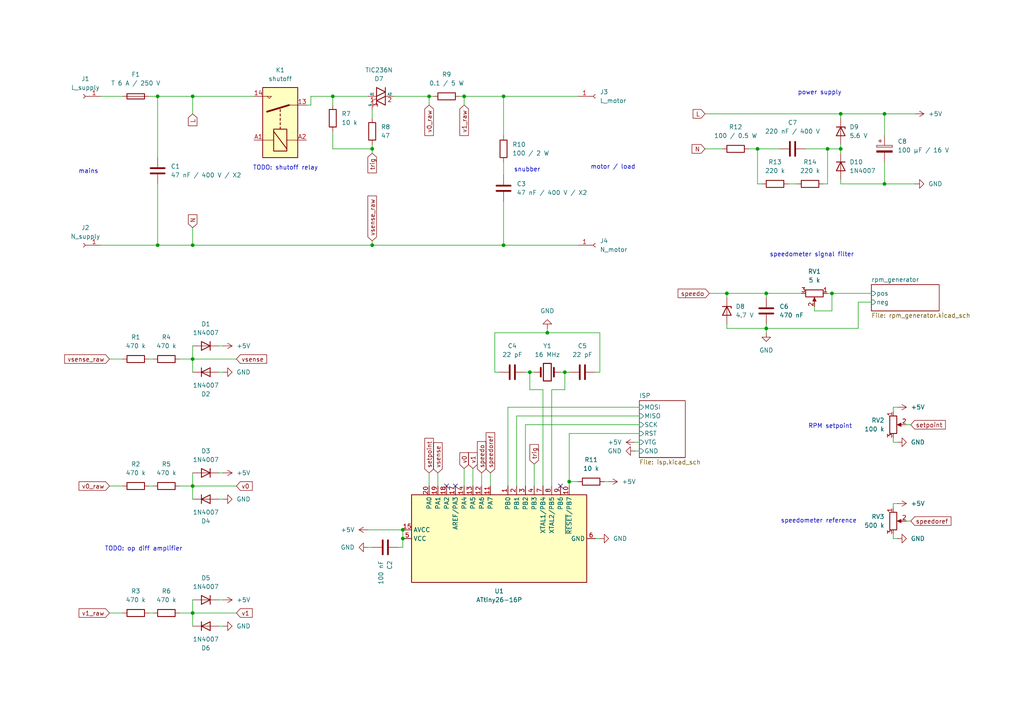
<source format=kicad_sch>
(kicad_sch (version 20231120) (generator "eeschema") (generator_version "8.0")
  (paper "A4")
  (title_block (title "Motor RPM controller - Phase angle based") (date "2024-08-21") (rev "1.0") (company "Michael Büsch <m@bues.ch>"))
  (lib_symbols
    (symbol "Connector:Conn_01x01_Socket" (pin_names (offset 1.016) hide)
      (property "Reference" "J" (at 0 2.54 0))
      (property "Value" "Conn_01x01_Socket" (at 0 -2.54 0))
      (symbol "Conn_01x01_Socket_1_1"
        (polyline (pts (xy -1.27 0) (xy -0.508 0)) (stroke (width 0.1524)))
        (arc (start 0 0.508) (mid -0.5058 0) (end 0 -0.508) (stroke (width 0.1524)))
        (pin passive line (at -5.08 0 0) (length 3.81) (name "Pin_1") (number "1"))
      )
    )
    (symbol "Device:C" (pin_numbers hide) (pin_names (offset 0.254))
      (property "Reference" "C" (at 0.635 2.54 0))
      (property "Value" "C" (at 0.635 -2.54 0))
      (symbol "C_0_1"
        (polyline (pts (xy -2.032 -0.762) (xy 2.032 -0.762)) (stroke (width 0.508)))
        (polyline (pts (xy -2.032 0.762) (xy 2.032 0.762)) (stroke (width 0.508)))
      )
      (symbol "C_1_1"
        (pin passive line (at 0 3.81 270) (length 2.794) (name "~") (number "1"))
        (pin passive line (at 0 -3.81 90) (length 2.794) (name "~") (number "2"))
      )
    )
    (symbol "Device:C_Polarized" (pin_numbers hide) (pin_names (offset 0.254))
      (property "Reference" "C" (at 0.635 2.54 0))
      (property "Value" "C_Polarized" (at 0.635 -2.54 0))
      (symbol "C_Polarized_0_1"
        (rectangle (start -2.286 0.508) (end 2.286 1.016))
        (polyline (pts (xy -1.778 2.286) (xy -0.762 2.286)))
        (polyline (pts (xy -1.27 2.794) (xy -1.27 1.778)))
        (rectangle (start 2.286 -0.508) (end -2.286 -1.016) (fill (type outline)))
      )
      (symbol "C_Polarized_1_1"
        (pin passive line (at 0 3.81 270) (length 2.794) (name "~") (number "1"))
        (pin passive line (at 0 -3.81 90) (length 2.794) (name "~") (number "2"))
      )
    )
    (symbol "Device:Crystal" (pin_numbers hide) (pin_names (offset 1.016) hide)
      (property "Reference" "Y" (at 0 3.81 0))
      (property "Value" "Crystal" (at 0 -3.81 0))
      (symbol "Crystal_0_1"
        (rectangle (start -1.143 2.54) (end 1.143 -2.54) (stroke (width 0.3048)))
        (polyline (pts (xy -2.54 0) (xy -1.905 0)))
        (polyline (pts (xy -1.905 -1.27) (xy -1.905 1.27)) (stroke (width 0.508)))
        (polyline (pts (xy 1.905 -1.27) (xy 1.905 1.27)) (stroke (width 0.508)))
        (polyline (pts (xy 2.54 0) (xy 1.905 0)))
      )
      (symbol "Crystal_1_1"
        (pin passive line (at -3.81 0 0) (length 1.27) (name "1") (number "1"))
        (pin passive line (at 3.81 0 180) (length 1.27) (name "2") (number "2"))
      )
    )
    (symbol "Device:D" (pin_numbers hide) (pin_names (offset 1.016) hide)
      (property "Reference" "D" (at 0 2.54 0))
      (property "Value" "D" (at 0 -2.54 0))
      (symbol "D_0_1"
        (polyline (pts (xy -1.27 1.27) (xy -1.27 -1.27)) (stroke (width 0.254)))
        (polyline (pts (xy 1.27 0) (xy -1.27 0)))
        (polyline (pts (xy 1.27 1.27) (xy 1.27 -1.27) (xy -1.27 0) (xy 1.27 1.27)) (stroke (width 0.254)))
      )
      (symbol "D_1_1"
        (pin passive line (at -3.81 0 0) (length 2.54) (name "K") (number "1"))
        (pin passive line (at 3.81 0 180) (length 2.54) (name "A") (number "2"))
      )
    )
    (symbol "Device:D_Zener" (pin_numbers hide) (pin_names (offset 1.016) hide)
      (property "Reference" "D" (at 0 2.54 0))
      (property "Value" "D_Zener" (at 0 -2.54 0))
      (symbol "D_Zener_0_1"
        (polyline (pts (xy 1.27 0) (xy -1.27 0)))
        (polyline (pts (xy -1.27 -1.27) (xy -1.27 1.27) (xy -0.762 1.27)) (stroke (width 0.254)))
        (polyline (pts (xy 1.27 -1.27) (xy 1.27 1.27) (xy -1.27 0) (xy 1.27 -1.27)) (stroke (width 0.254)))
      )
      (symbol "D_Zener_1_1"
        (pin passive line (at -3.81 0 0) (length 2.54) (name "K") (number "1"))
        (pin passive line (at 3.81 0 180) (length 2.54) (name "A") (number "2"))
      )
    )
    (symbol "Device:Fuse" (pin_numbers hide) (pin_names (offset 0))
      (property "Reference" "F" (at 2.032 0 90))
      (property "Value" "Fuse" (at -1.905 0 90))
      (symbol "Fuse_0_1"
        (rectangle (start -0.762 -2.54) (end 0.762 2.54) (stroke (width 0.254)))
        (polyline (pts (xy 0 2.54) (xy 0 -2.54)))
      )
      (symbol "Fuse_1_1"
        (pin passive line (at 0 3.81 270) (length 1.27) (name "~") (number "1"))
        (pin passive line (at 0 -3.81 90) (length 1.27) (name "~") (number "2"))
      )
    )
    (symbol "Device:R" (pin_numbers hide) (pin_names (offset 0))
      (property "Reference" "R" (at 2.032 0 90))
      (property "Value" "R" (at 0 0 90))
      (symbol "R_0_1"
        (rectangle (start -1.016 -2.54) (end 1.016 2.54) (stroke (width 0.254)))
      )
      (symbol "R_1_1"
        (pin passive line (at 0 3.81 270) (length 1.27) (name "~") (number "1"))
        (pin passive line (at 0 -3.81 90) (length 1.27) (name "~") (number "2"))
      )
    )
    (symbol "Device:R_Potentiometer" (pin_names (offset 1.016) hide)
      (property "Reference" "RV" (at -4.445 0 90))
      (property "Value" "R_Potentiometer" (at -2.54 0 90))
      (symbol "R_Potentiometer_0_1"
        (polyline (pts (xy 2.54 0) (xy 1.524 0)))
        (polyline (pts (xy 1.143 0) (xy 2.286 0.508) (xy 2.286 -0.508) (xy 1.143 0)) (fill (type outline)))
        (rectangle (start 1.016 2.54) (end -1.016 -2.54) (stroke (width 0.254)))
      )
      (symbol "R_Potentiometer_1_1"
        (pin passive line (at 0 3.81 270) (length 1.27) (name "1") (number "1"))
        (pin passive line (at 3.81 0 180) (length 1.27) (name "2") (number "2"))
        (pin passive line (at 0 -3.81 90) (length 1.27) (name "3") (number "3"))
      )
    )
    (symbol "Diode:1N4007" (pin_numbers hide) (pin_names hide)
      (property "Reference" "D" (at 0 2.54 0))
      (property "Value" "1N4007" (at 0 -2.54 0))
      (symbol "1N4007_0_1"
        (polyline (pts (xy -1.27 1.27) (xy -1.27 -1.27)) (stroke (width 0.254)))
        (polyline (pts (xy 1.27 0) (xy -1.27 0)))
        (polyline (pts (xy 1.27 1.27) (xy 1.27 -1.27) (xy -1.27 0) (xy 1.27 1.27)) (stroke (width 0.254)))
      )
      (symbol "1N4007_1_1"
        (pin passive line (at -3.81 0 0) (length 2.54) (name "K") (number "1"))
        (pin passive line (at 3.81 0 180) (length 2.54) (name "A") (number "2"))
      )
    )
    (symbol "MCU_Microchip_ATtiny:ATtiny26-16P"
      (property "Reference" "U" (at -12.7 26.67 0))
      (property "Value" "ATtiny26-16P" (at 2.54 -26.67 0))
      (symbol "ATtiny26-16P_0_1"
        (rectangle (start -12.7 -25.4) (end 12.7 25.4) (stroke (width 0.254)) (fill (type background)))
      )
      (symbol "ATtiny26-16P_1_1"
        (pin bidirectional line (at 15.24 -2.54 180) (length 2.54) (name "PB0") (number "1"))
        (pin bidirectional line (at 15.24 -20.32 180) (length 2.54) (name "~{RESET}/PB7") (number "10"))
        (pin bidirectional line (at 15.24 2.54 180) (length 2.54) (name "PA7") (number "11"))
        (pin bidirectional line (at 15.24 5.08 180) (length 2.54) (name "PA6") (number "12"))
        (pin bidirectional line (at 15.24 7.62 180) (length 2.54) (name "PA5") (number "13"))
        (pin bidirectional line (at 15.24 10.16 180) (length 2.54) (name "PA4") (number "14"))
        (pin power_in line (at 2.54 27.94 270) (length 2.54) (name "AVCC") (number "15"))
        (pin passive line (at 0 -27.94 90) (length 2.54) hide (name "GND") (number "16"))
        (pin bidirectional line (at 15.24 12.7 180) (length 2.54) (name "AREF/PA3") (number "17"))
        (pin bidirectional line (at 15.24 15.24 180) (length 2.54) (name "PA2") (number "18"))
        (pin bidirectional line (at 15.24 17.78 180) (length 2.54) (name "PA1") (number "19"))
        (pin bidirectional line (at 15.24 -5.08 180) (length 2.54) (name "PB1") (number "2"))
        (pin bidirectional line (at 15.24 20.32 180) (length 2.54) (name "PA0") (number "20"))
        (pin bidirectional line (at 15.24 -7.62 180) (length 2.54) (name "PB2") (number "3"))
        (pin bidirectional line (at 15.24 -10.16 180) (length 2.54) (name "PB3") (number "4"))
        (pin power_in line (at 0 27.94 270) (length 2.54) (name "VCC") (number "5"))
        (pin power_in line (at 0 -27.94 90) (length 2.54) (name "GND") (number "6"))
        (pin bidirectional line (at 15.24 -12.7 180) (length 2.54) (name "XTAL1/PB4") (number "7"))
        (pin bidirectional line (at 15.24 -15.24 180) (length 2.54) (name "XTAL2/PB5") (number "8"))
        (pin bidirectional line (at 15.24 -17.78 180) (length 2.54) (name "PB6") (number "9"))
      )
    )
    (symbol "Relay:Relay_SPST-NO"
      (property "Reference" "K" (at 11.43 3.81 0))
      (property "Value" "Relay_SPST-NO" (at 11.43 1.27 0))
      (symbol "Relay_SPST-NO_0_0"
        (polyline (pts (xy 7.62 5.08) (xy 7.62 2.54) (xy 6.985 3.175) (xy 7.62 3.81)))
      )
      (symbol "Relay_SPST-NO_0_1"
        (rectangle (start -10.16 5.08) (end 10.16 -5.08) (stroke (width 0.254)) (fill (type background)))
        (rectangle (start -8.255 1.905) (end -1.905 -1.905) (stroke (width 0.254)))
        (polyline (pts (xy -7.62 -1.905) (xy -2.54 1.905)) (stroke (width 0.254)))
        (polyline (pts (xy -5.08 -5.08) (xy -5.08 -1.905)))
        (polyline (pts (xy -5.08 5.08) (xy -5.08 1.905)))
        (polyline (pts (xy -1.905 0) (xy -1.27 0)) (stroke (width 0.254)))
        (polyline (pts (xy -0.635 0) (xy 0 0)) (stroke (width 0.254)))
        (polyline (pts (xy 0.635 0) (xy 1.27 0)) (stroke (width 0.254)))
        (polyline (pts (xy 1.905 0) (xy 2.54 0)) (stroke (width 0.254)))
        (polyline (pts (xy 3.175 0) (xy 3.81 0)) (stroke (width 0.254)))
        (polyline (pts (xy 5.08 -2.54) (xy 3.175 3.81)) (stroke (width 0.508)))
        (polyline (pts (xy 5.08 -2.54) (xy 5.08 -5.08)))
      )
      (symbol "Relay_SPST-NO_1_1"
        (pin passive line (at 5.08 -7.62 90) (length 2.54) (name "~") (number "13"))
        (pin passive line (at 7.62 7.62 270) (length 2.54) (name "~") (number "14"))
        (pin passive line (at -5.08 7.62 270) (length 2.54) (name "~") (number "A1"))
        (pin passive line (at -5.08 -7.62 90) (length 2.54) (name "~") (number "A2"))
      )
    )
    (symbol "Triac_Thyristor:Generic_Triac_A1A2G" (pin_names (offset 0))
      (property "Reference" "D" (at 3.175 0.635 0))
      (property "Value" "Generic_Triac_A1A2G" (at 3.175 -1.27 0))
      (symbol "Generic_Triac_A1A2G_0_1"
        (polyline (pts (xy -2.54 -1.27) (xy 2.54 -1.27)) (stroke (width 0.254)))
        (polyline (pts (xy -2.54 1.27) (xy 2.54 1.27)) (stroke (width 0.254)))
        (polyline (pts (xy -1.27 -2.54) (xy -0.635 -1.27)))
        (polyline (pts (xy -2.54 1.27) (xy -1.27 -1.27) (xy 0 1.27)) (stroke (width 0.254)))
        (polyline (pts (xy 0 -1.27) (xy 1.27 1.27) (xy 2.54 -1.27)) (stroke (width 0.254)))
      )
      (symbol "Generic_Triac_A1A2G_1_1"
        (pin passive line (at 0 -3.81 90) (length 2.54) (name "A1") (number "1"))
        (pin passive line (at 0 3.81 270) (length 2.54) (name "A2") (number "2"))
        (pin input line (at -3.81 -2.54 0) (length 2.54) (name "G") (number "3"))
      )
    )
    (symbol "power:+5V" (power) (pin_numbers hide) (pin_names (offset 0) hide)
      (property "Value" "+5V" (at 0 3.556 0))
      (symbol "+5V_0_1"
        (polyline (pts (xy -0.762 1.27) (xy 0 2.54)))
        (polyline (pts (xy 0 0) (xy 0 2.54)))
        (polyline (pts (xy 0 2.54) (xy 0.762 1.27)))
      )
      (symbol "+5V_1_1"
        (pin power_in line (at 0 0 90) (length 0) (name "~") (number "1"))
      )
    )
    (symbol "power:GND" (power) (pin_numbers hide) (pin_names (offset 0) hide)
      (property "Value" "GND" (at 0 -3.81 0))
      (symbol "GND_0_1"
        (polyline (pts (xy 0 0) (xy 0 -1.27) (xy 1.27 -1.27) (xy 0 -2.54) (xy -1.27 -1.27) (xy 0 -1.27)))
      )
      (symbol "GND_1_1"
        (pin power_in line (at 0 0 270) (length 0) (name "~") (number "1"))
      )
    )
  )
  (junction (at 55.88 140.97))
  (junction (at 165.1 139.7))
  (junction (at 55.88 104.14))
  (junction (at 158.75 96.52))
  (junction (at 153.67 107.95))
  (junction (at 210.82 85.09))
  (junction (at 240.03 43.18))
  (junction (at 116.84 156.21))
  (junction (at 222.25 95.25))
  (junction (at 256.54 53.34))
  (junction (at 163.83 107.95))
  (junction (at 241.3 85.09))
  (junction (at 45.72 27.94))
  (junction (at 45.72 71.12))
  (junction (at 107.95 71.12))
  (junction (at 243.84 43.18))
  (junction (at 55.88 177.8))
  (junction (at 107.95 43.18))
  (junction (at 243.84 33.02))
  (junction (at 222.25 85.09))
  (junction (at 96.52 27.94))
  (junction (at 256.54 33.02))
  (junction (at 124.46 27.94))
  (junction (at 116.84 153.67))
  (junction (at 146.05 27.94))
  (junction (at 219.71 43.18))
  (junction (at 146.05 71.12))
  (junction (at 134.62 27.94))
  (junction (at 55.88 27.94))
  (junction (at 55.88 71.12))
  (no_connect (at 132.08 140.97))
  (no_connect (at 162.56 140.97))
  (no_connect (at 129.54 140.97))
  (wire (pts (xy 55.88 177.8) (xy 55.88 181.61)))
  (wire (pts (xy 220.98 53.34) (xy 219.71 53.34)))
  (wire (pts (xy 259.08 118.11) (xy 260.35 118.11)))
  (wire (pts (xy 209.55 43.18) (xy 204.47 43.18)))
  (wire (pts (xy 153.67 107.95) (xy 154.94 107.95)))
  (wire (pts (xy 149.86 120.65) (xy 185.42 120.65)))
  (wire (pts (xy 165.1 139.7) (xy 165.1 140.97)))
  (wire (pts (xy 219.71 43.18) (xy 219.71 53.34)))
  (wire (pts (xy 241.3 85.09) (xy 240.03 85.09)))
  (wire (pts (xy 243.84 34.29) (xy 243.84 33.02)))
  (wire (pts (xy 162.56 107.95) (xy 163.83 107.95)))
  (wire (pts (xy 96.52 27.94) (xy 106.68 27.94)))
  (wire (pts (xy 222.25 95.25) (xy 222.25 96.52)))
  (wire (pts (xy 184.15 128.27) (xy 185.42 128.27)))
  (wire (pts (xy 134.62 27.94) (xy 134.62 30.48)))
  (wire (pts (xy 205.74 85.09) (xy 210.82 85.09)))
  (wire (pts (xy 43.18 177.8) (xy 44.45 177.8)))
  (wire (pts (xy 222.25 85.09) (xy 232.41 85.09)))
  (wire (pts (xy 172.72 156.21) (xy 173.99 156.21)))
  (wire (pts (xy 228.6 53.34) (xy 231.14 53.34)))
  (wire (pts (xy 43.18 140.97) (xy 44.45 140.97)))
  (wire (pts (xy 55.88 177.8) (xy 68.58 177.8)))
  (wire (pts (xy 241.3 85.09) (xy 252.73 85.09)))
  (wire (pts (xy 241.3 90.17) (xy 241.3 85.09)))
  (wire (pts (xy 55.88 27.94) (xy 73.66 27.94)))
  (wire (pts (xy 133.35 27.94) (xy 134.62 27.94)))
  (wire (pts (xy 153.67 113.03) (xy 157.48 113.03)))
  (wire (pts (xy 146.05 27.94) (xy 146.05 39.37)))
  (wire (pts (xy 52.07 140.97) (xy 55.88 140.97)))
  (wire (pts (xy 243.84 33.02) (xy 256.54 33.02)))
  (wire (pts (xy 163.83 107.95) (xy 163.83 113.03)))
  (wire (pts (xy 116.84 156.21) (xy 116.84 158.75)))
  (wire (pts (xy 243.84 43.18) (xy 243.84 44.45)))
  (wire (pts (xy 259.08 154.94) (xy 259.08 156.21)))
  (wire (pts (xy 147.32 118.11) (xy 185.42 118.11)))
  (wire (pts (xy 31.75 140.97) (xy 35.56 140.97)))
  (wire (pts (xy 256.54 33.02) (xy 265.43 33.02)))
  (wire (pts (xy 107.95 31.75) (xy 107.95 34.29)))
  (wire (pts (xy 149.86 140.97) (xy 149.86 120.65)))
  (wire (pts (xy 139.7 137.16) (xy 139.7 140.97)))
  (wire (pts (xy 152.4 140.97) (xy 152.4 123.19)))
  (wire (pts (xy 262.89 123.19) (xy 264.16 123.19)))
  (wire (pts (xy 144.78 107.95) (xy 143.51 107.95)))
  (wire (pts (xy 236.22 88.9) (xy 236.22 90.17)))
  (wire (pts (xy 146.05 71.12) (xy 167.64 71.12)))
  (wire (pts (xy 55.88 140.97) (xy 55.88 144.78)))
  (wire (pts (xy 146.05 27.94) (xy 167.64 27.94)))
  (wire (pts (xy 45.72 71.12) (xy 55.88 71.12)))
  (wire (pts (xy 55.88 27.94) (xy 55.88 33.02)))
  (wire (pts (xy 107.95 43.18) (xy 107.95 44.45)))
  (wire (pts (xy 63.5 107.95) (xy 64.77 107.95)))
  (wire (pts (xy 259.08 146.05) (xy 260.35 146.05)))
  (wire (pts (xy 163.83 107.95) (xy 165.1 107.95)))
  (wire (pts (xy 259.08 146.05) (xy 259.08 147.32)))
  (wire (pts (xy 184.15 130.81) (xy 185.42 130.81)))
  (wire (pts (xy 134.62 135.89) (xy 134.62 140.97)))
  (wire (pts (xy 158.75 95.25) (xy 158.75 96.52)))
  (wire (pts (xy 114.3 27.94) (xy 124.46 27.94)))
  (wire (pts (xy 55.88 140.97) (xy 68.58 140.97)))
  (wire (pts (xy 116.84 158.75) (xy 115.57 158.75)))
  (wire (pts (xy 256.54 53.34) (xy 256.54 46.99)))
  (wire (pts (xy 45.72 27.94) (xy 55.88 27.94)))
  (wire (pts (xy 243.84 43.18) (xy 243.84 41.91)))
  (wire (pts (xy 31.75 104.14) (xy 35.56 104.14)))
  (wire (pts (xy 158.75 96.52) (xy 173.99 96.52)))
  (wire (pts (xy 259.08 127) (xy 259.08 128.27)))
  (wire (pts (xy 134.62 27.94) (xy 146.05 27.94)))
  (wire (pts (xy 259.08 156.21) (xy 260.35 156.21)))
  (wire (pts (xy 63.5 173.99) (xy 64.77 173.99)))
  (wire (pts (xy 252.73 87.63) (xy 248.92 87.63)))
  (wire (pts (xy 106.68 158.75) (xy 107.95 158.75)))
  (wire (pts (xy 219.71 43.18) (xy 226.06 43.18)))
  (wire (pts (xy 45.72 27.94) (xy 45.72 45.72)))
  (wire (pts (xy 55.88 100.33) (xy 55.88 104.14)))
  (wire (pts (xy 256.54 53.34) (xy 265.43 53.34)))
  (wire (pts (xy 157.48 113.03) (xy 157.48 140.97)))
  (wire (pts (xy 210.82 93.98) (xy 210.82 95.25)))
  (wire (pts (xy 52.07 104.14) (xy 55.88 104.14)))
  (wire (pts (xy 163.83 113.03) (xy 160.02 113.03)))
  (wire (pts (xy 236.22 90.17) (xy 241.3 90.17)))
  (wire (pts (xy 55.88 104.14) (xy 68.58 104.14)))
  (wire (pts (xy 146.05 58.42) (xy 146.05 71.12)))
  (wire (pts (xy 142.24 137.16) (xy 142.24 140.97)))
  (wire (pts (xy 31.75 177.8) (xy 35.56 177.8)))
  (wire (pts (xy 55.88 137.16) (xy 55.88 140.97)))
  (wire (pts (xy 116.84 153.67) (xy 116.84 156.21)))
  (wire (pts (xy 96.52 38.1) (xy 96.52 43.18)))
  (wire (pts (xy 153.67 107.95) (xy 153.67 113.03)))
  (wire (pts (xy 88.9 30.48) (xy 90.17 30.48)))
  (wire (pts (xy 124.46 137.16) (xy 124.46 140.97)))
  (wire (pts (xy 173.99 96.52) (xy 173.99 107.95)))
  (wire (pts (xy 96.52 43.18) (xy 107.95 43.18)))
  (wire (pts (xy 55.88 66.04) (xy 55.88 71.12)))
  (wire (pts (xy 262.89 151.13) (xy 264.16 151.13)))
  (wire (pts (xy 243.84 52.07) (xy 243.84 53.34)))
  (wire (pts (xy 173.99 107.95) (xy 172.72 107.95)))
  (wire (pts (xy 124.46 27.94) (xy 125.73 27.94)))
  (wire (pts (xy 222.25 93.98) (xy 222.25 95.25)))
  (wire (pts (xy 222.25 95.25) (xy 248.92 95.25)))
  (wire (pts (xy 55.88 173.99) (xy 55.88 177.8)))
  (wire (pts (xy 107.95 41.91) (xy 107.95 43.18)))
  (wire (pts (xy 55.88 71.12) (xy 107.95 71.12)))
  (wire (pts (xy 259.08 128.27) (xy 260.35 128.27)))
  (wire (pts (xy 124.46 27.94) (xy 124.46 30.48)))
  (wire (pts (xy 45.72 53.34) (xy 45.72 71.12)))
  (wire (pts (xy 154.94 134.62) (xy 154.94 140.97)))
  (wire (pts (xy 210.82 85.09) (xy 222.25 85.09)))
  (wire (pts (xy 52.07 177.8) (xy 55.88 177.8)))
  (wire (pts (xy 152.4 107.95) (xy 153.67 107.95)))
  (wire (pts (xy 248.92 87.63) (xy 248.92 95.25)))
  (wire (pts (xy 29.21 27.94) (xy 35.56 27.94)))
  (wire (pts (xy 240.03 43.18) (xy 243.84 43.18)))
  (wire (pts (xy 90.17 30.48) (xy 90.17 27.94)))
  (wire (pts (xy 63.5 144.78) (xy 64.77 144.78)))
  (wire (pts (xy 137.16 135.89) (xy 137.16 140.97)))
  (wire (pts (xy 43.18 104.14) (xy 44.45 104.14)))
  (wire (pts (xy 96.52 27.94) (xy 96.52 30.48)))
  (wire (pts (xy 165.1 125.73) (xy 185.42 125.73)))
  (wire (pts (xy 43.18 27.94) (xy 45.72 27.94)))
  (wire (pts (xy 233.68 43.18) (xy 240.03 43.18)))
  (wire (pts (xy 143.51 107.95) (xy 143.51 96.52)))
  (wire (pts (xy 165.1 139.7) (xy 165.1 125.73)))
  (wire (pts (xy 152.4 123.19) (xy 185.42 123.19)))
  (wire (pts (xy 55.88 104.14) (xy 55.88 107.95)))
  (wire (pts (xy 106.68 153.67) (xy 116.84 153.67)))
  (wire (pts (xy 107.95 71.12) (xy 146.05 71.12)))
  (wire (pts (xy 107.95 69.85) (xy 107.95 71.12)))
  (wire (pts (xy 259.08 118.11) (xy 259.08 119.38)))
  (wire (pts (xy 146.05 46.99) (xy 146.05 50.8)))
  (wire (pts (xy 175.26 139.7) (xy 176.53 139.7)))
  (wire (pts (xy 217.17 43.18) (xy 219.71 43.18)))
  (wire (pts (xy 90.17 27.94) (xy 96.52 27.94)))
  (wire (pts (xy 238.76 53.34) (xy 240.03 53.34)))
  (wire (pts (xy 63.5 137.16) (xy 64.77 137.16)))
  (wire (pts (xy 204.47 33.02) (xy 243.84 33.02)))
  (wire (pts (xy 240.03 53.34) (xy 240.03 43.18)))
  (wire (pts (xy 210.82 85.09) (xy 210.82 86.36)))
  (wire (pts (xy 243.84 53.34) (xy 256.54 53.34)))
  (wire (pts (xy 222.25 85.09) (xy 222.25 86.36)))
  (wire (pts (xy 256.54 33.02) (xy 256.54 39.37)))
  (wire (pts (xy 63.5 181.61) (xy 64.77 181.61)))
  (wire (pts (xy 143.51 96.52) (xy 158.75 96.52)))
  (wire (pts (xy 29.21 71.12) (xy 45.72 71.12)))
  (wire (pts (xy 63.5 100.33) (xy 64.77 100.33)))
  (wire (pts (xy 160.02 113.03) (xy 160.02 140.97)))
  (wire (pts (xy 127 137.16) (xy 127 140.97)))
  (wire (pts (xy 165.1 139.7) (xy 167.64 139.7)))
  (wire (pts (xy 210.82 95.25) (xy 222.25 95.25)))
  (wire (pts (xy 147.32 140.97) (xy 147.32 118.11)))
  (text "speedometer signal filter" (at 235.458 73.914 0) (effects (font (size 1.27 1.27))))
  (text "TODO: shutoff relay" (at 82.804 48.768 0) (effects (font (size 1.27 1.27))))
  (text "snubber" (at 152.908 49.276 0) (effects (font (size 1.27 1.27))))
  (text "TODO: op diff amplifier" (at 41.656 159.258 0) (effects (font (size 1.27 1.27))))
  (text "power supply" (at 237.744 26.924 0) (effects (font (size 1.27 1.27))))
  (text "motor / load" (at 177.8 48.514 0) (effects (font (size 1.27 1.27))))
  (text "speedometer reference" (at 237.49 151.13 0) (effects (font (size 1.27 1.27))))
  (text "RPM setpoint" (at 240.792 123.698 0) (effects (font (size 1.27 1.27))))
  (text "mains" (at 25.654 49.784 0) (effects (font (size 1.27 1.27))))
  (global_label "speedo" (shape input) (at 139.7 137.16 90) (property "Intersheetrefs" "${INTERSHEET_REFS}" (effects (hide yes))))
  (global_label "v0_raw" (shape input) (at 124.46 30.48 270) (property "Intersheetrefs" "${INTERSHEET_REFS}" (effects (hide yes))))
  (global_label "N" (shape input) (at 204.47 43.18 180) (property "Intersheetrefs" "${INTERSHEET_REFS}" (effects (hide yes))))
  (global_label "vsense_raw" (shape input) (at 107.95 69.85 90) (property "Intersheetrefs" "${INTERSHEET_REFS}" (effects (hide yes))))
  (global_label "v1_raw" (shape input) (at 134.62 30.48 270) (property "Intersheetrefs" "${INTERSHEET_REFS}" (effects (hide yes))))
  (global_label "L" (shape input) (at 204.47 33.02 180) (property "Intersheetrefs" "${INTERSHEET_REFS}" (effects (hide yes))))
  (global_label "v0_raw" (shape input) (at 31.75 140.97 180) (property "Intersheetrefs" "${INTERSHEET_REFS}" (effects (hide yes))))
  (global_label "vsense" (shape input) (at 127 137.16 90) (property "Intersheetrefs" "${INTERSHEET_REFS}" (effects (hide yes))))
  (global_label "v1" (shape input) (at 137.16 135.89 90) (property "Intersheetrefs" "${INTERSHEET_REFS}" (effects (hide yes))))
  (global_label "vsense_raw" (shape input) (at 31.75 104.14 180) (property "Intersheetrefs" "${INTERSHEET_REFS}" (effects (hide yes))))
  (global_label "vsense" (shape input) (at 68.58 104.14 0) (property "Intersheetrefs" "${INTERSHEET_REFS}" (effects (hide yes))))
  (global_label "speedo" (shape input) (at 205.74 85.09 180) (property "Intersheetrefs" "${INTERSHEET_REFS}" (effects (hide yes))))
  (global_label "L" (shape input) (at 55.88 33.02 270) (property "Intersheetrefs" "${INTERSHEET_REFS}" (effects (hide yes))))
  (global_label "setpoint" (shape input) (at 264.16 123.19 0) (property "Intersheetrefs" "${INTERSHEET_REFS}" (effects (hide yes))))
  (global_label "setpoint" (shape input) (at 124.46 137.16 90) (property "Intersheetrefs" "${INTERSHEET_REFS}" (effects (hide yes))))
  (global_label "v0" (shape input) (at 134.62 135.89 90) (property "Intersheetrefs" "${INTERSHEET_REFS}" (effects (hide yes))))
  (global_label "trig" (shape input) (at 107.95 44.45 270) (property "Intersheetrefs" "${INTERSHEET_REFS}" (effects (hide yes))))
  (global_label "N" (shape input) (at 55.88 66.04 90) (property "Intersheetrefs" "${INTERSHEET_REFS}" (effects (hide yes))))
  (global_label "v1_raw" (shape input) (at 31.75 177.8 180) (property "Intersheetrefs" "${INTERSHEET_REFS}" (effects (hide yes))))
  (global_label "v1" (shape input) (at 68.58 177.8 0) (property "Intersheetrefs" "${INTERSHEET_REFS}" (effects (hide yes))))
  (global_label "trig" (shape input) (at 154.94 134.62 90) (property "Intersheetrefs" "${INTERSHEET_REFS}" (effects (hide yes))))
  (global_label "v0" (shape input) (at 68.58 140.97 0) (property "Intersheetrefs" "${INTERSHEET_REFS}" (effects (hide yes))))
  (global_label "speedoref" (shape input) (at 142.24 137.16 90) (property "Intersheetrefs" "${INTERSHEET_REFS}" (effects (hide yes))))
  (global_label "speedoref" (shape input) (at 264.16 151.13 0) (property "Intersheetrefs" "${INTERSHEET_REFS}" (effects (hide yes))))
  (symbol (lib_id "Device:R") (at 234.95 53.34 90) (unit 1)
    (property "Reference" "R14" (at 234.95 46.99 90))
    (property "Value" "220 k" (at 234.95 49.53 90))
    (property "Description" "Resistor" (effects (hide yes)))
  )
  (symbol (lib_id "power:GND") (at 260.35 128.27 90) (unit 1)
    (property "Reference" "#PWR016" (effects (hide yes)))
    (property "Value" "GND" (at 264.16 128.2699 90) (effects (justify right)))
    (property "Description" "Power symbol creates a global label with name \"GND\" , ground" (effects (hide yes)))
  )
  (symbol (lib_id "power:GND") (at 222.25 96.52 0) (unit 1)
    (property "Reference" "#PWR014" (effects (hide yes)))
    (property "Value" "GND" (at 222.25 101.6 0))
    (property "Description" "Power symbol creates a global label with name \"GND\" , ground" (effects (hide yes)))
  )
  (symbol (lib_id "Device:R") (at 224.79 53.34 90) (unit 1)
    (property "Reference" "R13" (at 224.79 46.99 90))
    (property "Value" "220 k" (at 224.79 49.53 90))
    (property "Description" "Resistor" (effects (hide yes)))
  )
  (symbol (lib_id "Device:C") (at 168.91 107.95 90) (unit 1)
    (property "Reference" "C5" (at 168.91 100.33 90))
    (property "Value" "22 pF" (at 168.91 102.87 90))
    (property "Description" "Unpolarized capacitor" (effects (hide yes)))
  )
  (symbol (lib_id "Device:R") (at 146.05 43.18 0) (unit 1)
    (property "Reference" "R10" (at 148.59 41.9099 0) (effects (justify left)))
    (property "Value" "100 / 2 W" (at 148.59 44.4499 0) (effects (justify left)))
    (property "Description" "Resistor" (effects (hide yes)))
  )
  (symbol (lib_id "Diode:1N4007") (at 59.69 107.95 0) (mirror x) (unit 1)
    (property "Reference" "D2" (at 59.69 114.3 0))
    (property "Value" "1N4007" (at 59.69 111.76 0))
    (property "Footprint" "Diode_THT:D_DO-41_SOD81_P10.16mm_Horizontal" (effects (hide yes)))
    (property "Datasheet" "http://www.vishay.com/docs/88503/1n4001.pdf" (effects (hide yes)))
    (property "Description" "1000V 1A General Purpose Rectifier Diode, DO-41" (effects (hide yes)))
    (property "Sim.Device" "D" (effects (hide yes)))
    (property "Sim.Pins" "1=K 2=A" (effects (hide yes)))
  )
  (symbol (lib_id "MCU_Microchip_ATtiny:ATtiny26-16P") (at 144.78 156.21 90) (unit 1)
    (property "Reference" "U1" (at 144.78 171.45 90))
    (property "Value" "ATtiny26-16P" (at 144.78 173.99 90))
    (property "Footprint" "Package_DIP:DIP-20_W7.62mm" (effects (hide yes)))
    (property "Datasheet" "http://ww1.microchip.com/downloads/en/DeviceDoc/doc1477.pdf" (effects (hide yes)))
    (property "Description" "16MHz, 2kB Flash, 128B SRAM, 128B EEPROM, DIP-20" (effects (hide yes)))
  )
  (symbol (lib_id "Device:Fuse") (at 39.37 27.94 90) (unit 1)
    (property "Reference" "F1" (at 39.37 21.59 90))
    (property "Value" "T 6 A / 250 V" (at 39.37 24.13 90))
    (property "Description" "Fuse" (effects (hide yes)))
  )
  (symbol (lib_id "power:+5V") (at 265.43 33.02 270) (unit 1)
    (property "Reference" "#PWR019" (effects (hide yes)))
    (property "Value" "+5V" (at 269.24 33.0199 90) (effects (justify left)))
    (property "Description" "Power symbol creates a global label with name \"+5V\"" (effects (hide yes)))
  )
  (symbol (lib_id "Device:R") (at 107.95 38.1 0) (unit 1)
    (property "Reference" "R8" (at 110.49 36.8299 0) (effects (justify left)))
    (property "Value" "47" (at 110.49 39.3699 0) (effects (justify left)))
    (property "Description" "Resistor" (effects (hide yes)))
  )
  (symbol (lib_id "power:GND") (at 158.75 95.25 180) (unit 1)
    (property "Reference" "#PWR09" (effects (hide yes)))
    (property "Value" "GND" (at 158.75 90.17 0))
    (property "Description" "Power symbol creates a global label with name \"GND\" , ground" (effects (hide yes)))
  )
  (symbol (lib_id "Device:C") (at 111.76 158.75 270) (unit 1)
    (property "Reference" "C2" (at 113.0301 162.56 0) (effects (justify left)))
    (property "Value" "100 nF" (at 110.4901 162.56 0) (effects (justify left)))
    (property "Description" "Unpolarized capacitor" (effects (hide yes)))
  )
  (symbol (lib_id "Device:R") (at 39.37 104.14 90) (unit 1)
    (property "Reference" "R1" (at 39.37 97.79 90))
    (property "Value" "470 k" (at 39.37 100.33 90))
    (property "Description" "Resistor" (effects (hide yes)))
  )
  (symbol (lib_id "Device:R") (at 96.52 34.29 0) (unit 1)
    (property "Reference" "R7" (at 99.06 33.0199 0) (effects (justify left)))
    (property "Value" "10 k" (at 99.06 35.5599 0) (effects (justify left)))
    (property "Description" "Resistor" (effects (hide yes)))
  )
  (symbol (lib_id "power:GND") (at 106.68 158.75 270) (unit 1)
    (property "Reference" "#PWR08" (effects (hide yes)))
    (property "Value" "GND" (at 102.87 158.7499 90) (effects (justify right)))
    (property "Description" "Power symbol creates a global label with name \"GND\" , ground" (effects (hide yes)))
  )
  (symbol (lib_id "power:GND") (at 64.77 144.78 90) (unit 1)
    (property "Reference" "#PWR04" (effects (hide yes)))
    (property "Value" "GND" (at 68.58 144.7799 90) (effects (justify right)))
    (property "Description" "Power symbol creates a global label with name \"GND\" , ground" (effects (hide yes)))
  )
  (symbol (lib_id "power:GND") (at 173.99 156.21 90) (unit 1)
    (property "Reference" "#PWR010" (effects (hide yes)))
    (property "Value" "GND" (at 177.8 156.2099 90) (effects (justify right)))
    (property "Description" "Power symbol creates a global label with name \"GND\" , ground" (effects (hide yes)))
  )
  (symbol (lib_id "power:GND") (at 260.35 156.21 90) (unit 1)
    (property "Reference" "#PWR018" (effects (hide yes)))
    (property "Value" "GND" (at 264.16 156.2099 90) (effects (justify right)))
    (property "Description" "Power symbol creates a global label with name \"GND\" , ground" (effects (hide yes)))
  )
  (symbol (lib_id "Device:C") (at 222.25 90.17 0) (unit 1)
    (property "Reference" "C6" (at 226.06 88.8999 0) (effects (justify left)))
    (property "Value" "470 nF" (at 226.06 91.4399 0) (effects (justify left)))
    (property "Description" "Unpolarized capacitor" (effects (hide yes)))
  )
  (symbol (lib_id "Device:C") (at 146.05 54.61 0) (unit 1)
    (property "Reference" "C3" (at 149.86 53.3399 0) (effects (justify left)))
    (property "Value" "47 nF / 400 V / X2" (at 149.86 55.8799 0) (effects (justify left)))
    (property "Description" "Unpolarized capacitor" (effects (hide yes)))
  )
  (symbol (lib_id "Device:R") (at 39.37 177.8 90) (unit 1)
    (property "Reference" "R3" (at 39.37 171.45 90))
    (property "Value" "470 k" (at 39.37 173.99 90))
    (property "Description" "Resistor" (effects (hide yes)))
  )
  (symbol (lib_id "Diode:1N4007") (at 59.69 181.61 0) (mirror x) (unit 1)
    (property "Reference" "D6" (at 59.69 187.96 0))
    (property "Value" "1N4007" (at 59.69 185.42 0))
    (property "Footprint" "Diode_THT:D_DO-41_SOD81_P10.16mm_Horizontal" (effects (hide yes)))
    (property "Datasheet" "http://www.vishay.com/docs/88503/1n4001.pdf" (effects (hide yes)))
    (property "Description" "1000V 1A General Purpose Rectifier Diode, DO-41" (effects (hide yes)))
    (property "Sim.Device" "D" (effects (hide yes)))
    (property "Sim.Pins" "1=K 2=A" (effects (hide yes)))
  )
  (symbol (lib_id "Device:C") (at 148.59 107.95 90) (unit 1)
    (property "Reference" "C4" (at 148.59 100.33 90))
    (property "Value" "22 pF" (at 148.59 102.87 90))
    (property "Description" "Unpolarized capacitor" (effects (hide yes)))
  )
  (symbol (lib_id "Device:R_Potentiometer") (at 259.08 151.13 0) (unit 1)
    (property "Reference" "RV3" (at 256.54 149.8599 0) (effects (justify right)))
    (property "Value" "500 k" (at 256.54 152.3999 0) (effects (justify right)))
    (property "Description" "Potentiometer" (effects (hide yes)))
  )
  (symbol (lib_id "Triac_Thyristor:Generic_Triac_A1A2G") (at 110.49 27.94 270) (mirror x) (unit 1)
    (property "Reference" "D7" (at 109.9185 22.86 90))
    (property "Value" "TIC236N" (at 109.9185 20.32 90))
    (property "Description" "Triode for alternating current, anode1/anode2/gate" (effects (hide yes)))
  )
  (symbol (lib_id "Device:C") (at 45.72 49.53 180) (unit 1)
    (property "Reference" "C1" (at 49.53 48.2599 0) (effects (justify right)))
    (property "Value" "47 nF / 400 V / X2" (at 49.53 50.7999 0) (effects (justify right)))
    (property "Description" "Unpolarized capacitor" (effects (hide yes)))
  )
  (symbol (lib_id "Device:R") (at 171.45 139.7 90) (unit 1)
    (property "Reference" "R11" (at 171.45 133.35 90))
    (property "Value" "10 k" (at 171.45 135.89 90))
    (property "Description" "Resistor" (effects (hide yes)))
  )
  (symbol (lib_id "Device:R") (at 39.37 140.97 90) (unit 1)
    (property "Reference" "R2" (at 39.37 134.62 90))
    (property "Value" "470 k" (at 39.37 137.16 90))
    (property "Description" "Resistor" (effects (hide yes)))
  )
  (symbol (lib_id "power:+5V") (at 184.15 128.27 90) (unit 1)
    (property "Reference" "#PWR012" (effects (hide yes)))
    (property "Value" "+5V" (at 180.34 128.2699 90) (effects (justify left)))
    (property "Description" "Power symbol creates a global label with name \"+5V\"" (effects (hide yes)))
  )
  (symbol (lib_id "Device:R") (at 48.26 104.14 90) (unit 1)
    (property "Reference" "R4" (at 48.26 97.79 90))
    (property "Value" "470 k" (at 48.26 100.33 90))
    (property "Description" "Resistor" (effects (hide yes)))
  )
  (symbol (lib_id "Device:R") (at 213.36 43.18 90) (unit 1)
    (property "Reference" "R12" (at 213.36 36.83 90))
    (property "Value" "100 / 0.5 W" (at 213.36 39.37 90))
    (property "Description" "Resistor" (effects (hide yes)))
  )
  (symbol (lib_id "Diode:1N4007") (at 59.69 144.78 0) (mirror x) (unit 1)
    (property "Reference" "D4" (at 59.69 151.13 0))
    (property "Value" "1N4007" (at 59.69 148.59 0))
    (property "Footprint" "Diode_THT:D_DO-41_SOD81_P10.16mm_Horizontal" (effects (hide yes)))
    (property "Datasheet" "http://www.vishay.com/docs/88503/1n4001.pdf" (effects (hide yes)))
    (property "Description" "1000V 1A General Purpose Rectifier Diode, DO-41" (effects (hide yes)))
    (property "Sim.Device" "D" (effects (hide yes)))
    (property "Sim.Pins" "1=K 2=A" (effects (hide yes)))
  )
  (symbol (lib_id "Device:R_Potentiometer") (at 259.08 123.19 0) (unit 1)
    (property "Reference" "RV2" (at 256.54 121.9199 0) (effects (justify right)))
    (property "Value" "100 k" (at 256.54 124.4599 0) (effects (justify right)))
    (property "Description" "Potentiometer" (effects (hide yes)))
  )
  (symbol (lib_id "Device:D_Zener") (at 243.84 38.1 270) (unit 1)
    (property "Reference" "D9" (at 246.38 36.8299 90) (effects (justify left)))
    (property "Value" "5.6 V" (at 246.38 39.3699 90) (effects (justify left)))
    (property "Description" "Zener diode" (effects (hide yes)))
  )
  (symbol (lib_id "Diode:1N4007") (at 59.69 173.99 180) (unit 1)
    (property "Reference" "D5" (at 59.69 167.64 0))
    (property "Value" "1N4007" (at 59.69 170.18 0))
    (property "Footprint" "Diode_THT:D_DO-41_SOD81_P10.16mm_Horizontal" (effects (hide yes)))
    (property "Datasheet" "http://www.vishay.com/docs/88503/1n4001.pdf" (effects (hide yes)))
    (property "Description" "1000V 1A General Purpose Rectifier Diode, DO-41" (effects (hide yes)))
    (property "Sim.Device" "D" (effects (hide yes)))
    (property "Sim.Pins" "1=K 2=A" (effects (hide yes)))
  )
  (symbol (lib_id "Device:R") (at 48.26 140.97 90) (unit 1)
    (property "Reference" "R5" (at 48.26 134.62 90))
    (property "Value" "470 k" (at 48.26 137.16 90))
    (property "Description" "Resistor" (effects (hide yes)))
  )
  (symbol (lib_id "Diode:1N4007") (at 59.69 100.33 180) (unit 1)
    (property "Reference" "D1" (at 59.69 93.98 0))
    (property "Value" "1N4007" (at 59.69 96.52 0))
    (property "Footprint" "Diode_THT:D_DO-41_SOD81_P10.16mm_Horizontal" (effects (hide yes)))
    (property "Datasheet" "http://www.vishay.com/docs/88503/1n4001.pdf" (effects (hide yes)))
    (property "Description" "1000V 1A General Purpose Rectifier Diode, DO-41" (effects (hide yes)))
    (property "Sim.Device" "D" (effects (hide yes)))
    (property "Sim.Pins" "1=K 2=A" (effects (hide yes)))
  )
  (symbol (lib_id "Device:C_Polarized") (at 256.54 43.18 0) (unit 1)
    (property "Reference" "C8" (at 260.35 41.0209 0) (effects (justify left)))
    (property "Value" "100 µF / 16 V" (at 260.35 43.5609 0) (effects (justify left)))
    (property "Description" "Polarized capacitor" (effects (hide yes)))
  )
  (symbol (lib_id "Device:Crystal") (at 158.75 107.95 0) (unit 1)
    (property "Reference" "Y1" (at 158.75 100.33 0))
    (property "Value" "16 MHz" (at 158.75 102.87 0))
    (property "Description" "Two pin crystal" (effects (hide yes)))
  )
  (symbol (lib_id "power:GND") (at 265.43 53.34 90) (unit 1)
    (property "Reference" "#PWR020" (effects (hide yes)))
    (property "Value" "GND" (at 269.24 53.3399 90) (effects (justify right)))
    (property "Description" "Power symbol creates a global label with name \"GND\" , ground" (effects (hide yes)))
  )
  (symbol (lib_id "Connector:Conn_01x01_Socket") (at 172.72 71.12 0) (unit 1)
    (property "Reference" "J4" (at 173.99 69.8499 0) (effects (justify left)))
    (property "Value" "N_motor" (at 173.99 72.3899 0) (effects (justify left)))
    (property "Description" "Generic connector, single row, 01x01, script generated" (effects (hide yes)))
  )
  (symbol (lib_id "Device:D_Zener") (at 210.82 90.17 270) (unit 1)
    (property "Reference" "D8" (at 213.36 88.8999 90) (effects (justify left)))
    (property "Value" "4.7 V" (at 213.36 91.4399 90) (effects (justify left)))
    (property "Description" "Zener diode" (effects (hide yes)))
  )
  (symbol (lib_id "Relay:Relay_SPST-NO") (at 81.28 35.56 90) (unit 1)
    (property "Reference" "K1" (at 81.28 20.32 90))
    (property "Value" "shutoff" (at 81.28 22.86 90))
    (property "Description" "Relay SPST, normally open, EN50005" (effects (hide yes)))
  )
  (symbol (lib_id "Device:R_Potentiometer") (at 236.22 85.09 270) (unit 1)
    (property "Reference" "RV1" (at 236.22 78.74 90))
    (property "Value" "5 k" (at 236.22 81.28 90))
    (property "Description" "Potentiometer" (effects (hide yes)))
  )
  (symbol (lib_id "Connector:Conn_01x01_Socket") (at 172.72 27.94 0) (unit 1)
    (property "Reference" "J3" (at 173.99 26.6699 0) (effects (justify left)))
    (property "Value" "L_motor" (at 173.99 29.2099 0) (effects (justify left)))
    (property "Description" "Generic connector, single row, 01x01, script generated" (effects (hide yes)))
  )
  (symbol (lib_id "Device:R") (at 129.54 27.94 90) (unit 1)
    (property "Reference" "R9" (at 129.54 21.59 90))
    (property "Value" "0.1 / 5 W" (at 129.54 24.13 90))
    (property "Description" "Resistor" (effects (hide yes)))
  )
  (symbol (lib_id "power:+5V") (at 64.77 100.33 270) (unit 1)
    (property "Reference" "#PWR01" (effects (hide yes)))
    (property "Value" "+5V" (at 68.58 100.3299 90) (effects (justify left)))
    (property "Description" "Power symbol creates a global label with name \"+5V\"" (effects (hide yes)))
  )
  (symbol (lib_id "power:GND") (at 184.15 130.81 270) (unit 1)
    (property "Reference" "#PWR013" (effects (hide yes)))
    (property "Value" "GND" (at 180.34 130.8099 90) (effects (justify right)))
    (property "Description" "Power symbol creates a global label with name \"GND\" , ground" (effects (hide yes)))
  )
  (symbol (lib_id "power:GND") (at 64.77 107.95 90) (unit 1)
    (property "Reference" "#PWR02" (effects (hide yes)))
    (property "Value" "GND" (at 68.58 107.9499 90) (effects (justify right)))
    (property "Description" "Power symbol creates a global label with name \"GND\" , ground" (effects (hide yes)))
  )
  (symbol (lib_id "power:+5V") (at 106.68 153.67 90) (unit 1)
    (property "Reference" "#PWR07" (effects (hide yes)))
    (property "Value" "+5V" (at 102.87 153.6699 90) (effects (justify left)))
    (property "Description" "Power symbol creates a global label with name \"+5V\"" (effects (hide yes)))
  )
  (symbol (lib_id "power:+5V") (at 260.35 146.05 270) (unit 1)
    (property "Reference" "#PWR017" (effects (hide yes)))
    (property "Value" "+5V" (at 264.16 146.0499 90) (effects (justify left)))
    (property "Description" "Power symbol creates a global label with name \"+5V\"" (effects (hide yes)))
  )
  (symbol (lib_id "Device:D") (at 243.84 48.26 270) (unit 1)
    (property "Reference" "D10" (at 246.38 46.9899 90) (effects (justify left)))
    (property "Value" "1N4007" (at 246.38 49.5299 90) (effects (justify left)))
    (property "Description" "Diode" (effects (hide yes)))
    (property "Sim.Device" "D" (effects (hide yes)))
    (property "Sim.Pins" "1=K 2=A" (effects (hide yes)))
  )
  (symbol (lib_id "Connector:Conn_01x01_Socket") (at 24.13 27.94 180) (unit 1)
    (property "Reference" "J1" (at 24.765 22.86 0))
    (property "Value" "L_supply" (at 24.765 25.4 0))
    (property "Description" "Generic connector, single row, 01x01, script generated" (effects (hide yes)))
  )
  (symbol (lib_id "power:+5V") (at 176.53 139.7 270) (unit 1)
    (property "Reference" "#PWR011" (effects (hide yes)))
    (property "Value" "+5V" (at 180.34 139.6999 90) (effects (justify left)))
    (property "Description" "Power symbol creates a global label with name \"+5V\"" (effects (hide yes)))
  )
  (symbol (lib_id "Connector:Conn_01x01_Socket") (at 24.13 71.12 180) (unit 1)
    (property "Reference" "J2" (at 24.765 66.04 0))
    (property "Value" "N_supply" (at 24.765 68.58 0))
    (property "Description" "Generic connector, single row, 01x01, script generated" (effects (hide yes)))
  )
  (symbol (lib_id "power:+5V") (at 260.35 118.11 270) (unit 1)
    (property "Reference" "#PWR015" (effects (hide yes)))
    (property "Value" "+5V" (at 264.16 118.1099 90) (effects (justify left)))
    (property "Description" "Power symbol creates a global label with name \"+5V\"" (effects (hide yes)))
  )
  (symbol (lib_id "power:GND") (at 64.77 181.61 90) (unit 1)
    (property "Reference" "#PWR06" (effects (hide yes)))
    (property "Value" "GND" (at 68.58 181.6099 90) (effects (justify right)))
    (property "Description" "Power symbol creates a global label with name \"GND\" , ground" (effects (hide yes)))
  )
  (symbol (lib_id "Device:R") (at 48.26 177.8 90) (unit 1)
    (property "Reference" "R6" (at 48.26 171.45 90))
    (property "Value" "470 k" (at 48.26 173.99 90))
    (property "Description" "Resistor" (effects (hide yes)))
  )
  (symbol (lib_id "power:+5V") (at 64.77 137.16 270) (unit 1)
    (property "Reference" "#PWR03" (effects (hide yes)))
    (property "Value" "+5V" (at 68.58 137.1599 90) (effects (justify left)))
    (property "Description" "Power symbol creates a global label with name \"+5V\"" (effects (hide yes)))
  )
  (symbol (lib_id "Device:C") (at 229.87 43.18 90) (unit 1)
    (property "Reference" "C7" (at 229.87 35.56 90))
    (property "Value" "220 nF / 400 V" (at 229.87 38.1 90))
    (property "Description" "Unpolarized capacitor" (effects (hide yes)))
  )
  (symbol (lib_id "Diode:1N4007") (at 59.69 137.16 180) (unit 1)
    (property "Reference" "D3" (at 59.69 130.81 0))
    (property "Value" "1N4007" (at 59.69 133.35 0))
    (property "Footprint" "Diode_THT:D_DO-41_SOD81_P10.16mm_Horizontal" (effects (hide yes)))
    (property "Datasheet" "http://www.vishay.com/docs/88503/1n4001.pdf" (effects (hide yes)))
    (property "Description" "1000V 1A General Purpose Rectifier Diode, DO-41" (effects (hide yes)))
    (property "Sim.Device" "D" (effects (hide yes)))
    (property "Sim.Pins" "1=K 2=A" (effects (hide yes)))
  )
  (symbol (lib_id "power:+5V") (at 64.77 173.99 270) (unit 1)
    (property "Reference" "#PWR05" (effects (hide yes)))
    (property "Value" "+5V" (at 68.58 173.9899 90) (effects (justify left)))
    (property "Description" "Power symbol creates a global label with name \"+5V\"" (effects (hide yes)))
  )
  (sheet (at 252.73 82.55) (size 19.685 7.62) (stroke (width 0.1524))
    (property "Sheetname" "rpm_generator" (at 252.73 81.8384 0) (effects (justify left bottom)))
    (property "Sheetfile" "rpm_generator.kicad_sch" (at 252.73 90.7546 0) (effects (justify left top)))
    (pin "pos" input (at 252.73 85.09 180))
    (pin "neg" input (at 252.73 87.63 180))
  )
  (sheet (at 185.42 116.205) (size 13.335 16.51) (stroke (width 0.1524))
    (property "Sheetname" "ISP" (at 185.42 115.4934 0) (effects (justify left bottom)))
    (property "Sheetfile" "isp.kicad_sch" (at 185.42 133.2996 0) (effects (justify left top)))
    (pin "MISO" input (at 185.42 120.65 180))
    (pin "SCK" input (at 185.42 123.19 180))
    (pin "RST" input (at 185.42 125.73 180))
    (pin "VTG" input (at 185.42 128.27 180))
    (pin "MOSI" input (at 185.42 118.11 180))
    (pin "GND" input (at 185.42 130.81 180))
  )
)
</source>
